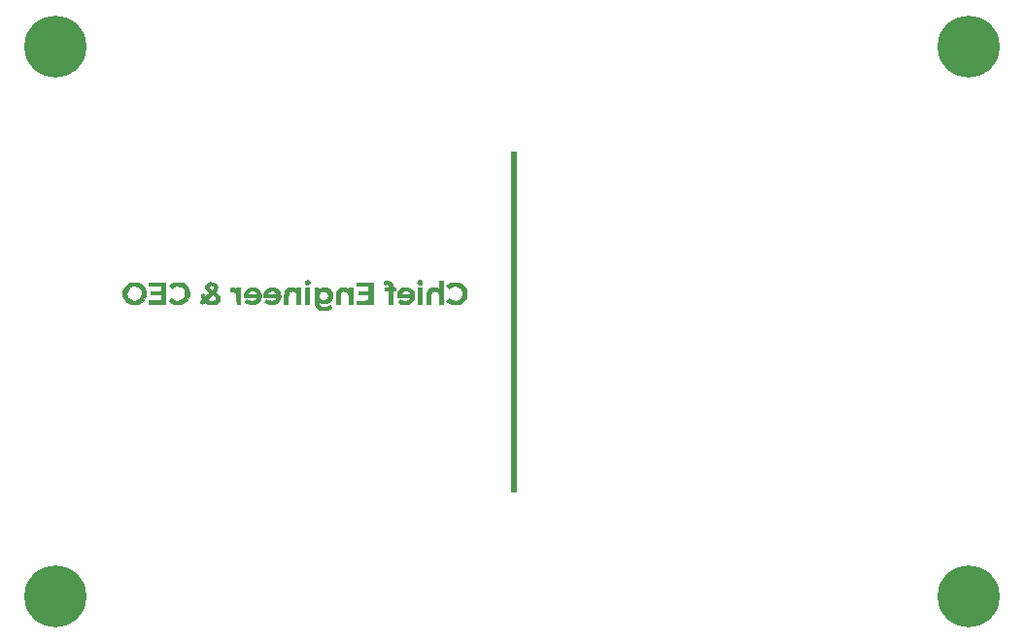
<source format=gbr>
%TF.GenerationSoftware,KiCad,Pcbnew,(5.1.9-0-10_14)*%
%TF.CreationDate,2021-09-14T14:36:21+02:00*%
%TF.ProjectId,rf-proto-card,72662d70-726f-4746-9f2d-636172642e6b,1*%
%TF.SameCoordinates,Original*%
%TF.FileFunction,Soldermask,Bot*%
%TF.FilePolarity,Negative*%
%FSLAX46Y46*%
G04 Gerber Fmt 4.6, Leading zero omitted, Abs format (unit mm)*
G04 Created by KiCad (PCBNEW (5.1.9-0-10_14)) date 2021-09-14 14:36:21*
%MOMM*%
%LPD*%
G01*
G04 APERTURE LIST*
%ADD10C,0.010000*%
%ADD11C,0.800000*%
%ADD12C,5.400000*%
G04 APERTURE END LIST*
D10*
%TO.C,FID1*%
G36*
X145689555Y-108816667D02*
G01*
X146112888Y-108816667D01*
X146112888Y-79183334D01*
X145689555Y-79183334D01*
X145689555Y-108816667D01*
G37*
X145689555Y-108816667D02*
X146112888Y-108816667D01*
X146112888Y-79183334D01*
X145689555Y-79183334D01*
X145689555Y-108816667D01*
G36*
X129243833Y-91031269D02*
G01*
X129081294Y-91083824D01*
X128989055Y-91139003D01*
X128897333Y-91208873D01*
X128897333Y-91122770D01*
X128894834Y-91073548D01*
X128878076Y-91047928D01*
X128833162Y-91038204D01*
X128746199Y-91036667D01*
X128586888Y-91036667D01*
X128586888Y-91751306D01*
X128587758Y-92002413D01*
X128591205Y-92204276D01*
X128598491Y-92364084D01*
X128610876Y-92489021D01*
X128629620Y-92586276D01*
X128655985Y-92663033D01*
X128691229Y-92726479D01*
X128736615Y-92783801D01*
X128775037Y-92824074D01*
X128865339Y-92895893D01*
X128970684Y-92954955D01*
X129004249Y-92968296D01*
X129109372Y-92991252D01*
X129250620Y-93005007D01*
X129408371Y-93009201D01*
X129563003Y-93003472D01*
X129694894Y-92987461D01*
X129723271Y-92981515D01*
X129816931Y-92952752D01*
X129911527Y-92913115D01*
X129992078Y-92870242D01*
X130043608Y-92831772D01*
X130054444Y-92812629D01*
X130042039Y-92772316D01*
X130011643Y-92710164D01*
X129973490Y-92643812D01*
X129937810Y-92590894D01*
X129914835Y-92569048D01*
X129913333Y-92569399D01*
X129755551Y-92650327D01*
X129609575Y-92696254D01*
X129449710Y-92714370D01*
X129391222Y-92715467D01*
X129259197Y-92711867D01*
X129168588Y-92698842D01*
X129104797Y-92673937D01*
X129090264Y-92664847D01*
X129007658Y-92579811D01*
X128948760Y-92463485D01*
X128925574Y-92339798D01*
X128925555Y-92336490D01*
X128925555Y-92247843D01*
X129051224Y-92321490D01*
X129224400Y-92391472D01*
X129416340Y-92413831D01*
X129613401Y-92387155D01*
X129633227Y-92381630D01*
X129808489Y-92304692D01*
X129947519Y-92192529D01*
X130049477Y-92053604D01*
X130113523Y-91896379D01*
X130138818Y-91729315D01*
X130133756Y-91669666D01*
X129788768Y-91669666D01*
X129781164Y-91804067D01*
X129726452Y-91928862D01*
X129625749Y-92032916D01*
X129594300Y-92053909D01*
X129486232Y-92095001D01*
X129355536Y-92109775D01*
X129225684Y-92098153D01*
X129120149Y-92060053D01*
X129112987Y-92055549D01*
X129009295Y-91958250D01*
X128946683Y-91838301D01*
X128924922Y-91707752D01*
X128943780Y-91578656D01*
X129003029Y-91463065D01*
X129102438Y-91373031D01*
X129126276Y-91359586D01*
X129213300Y-91329949D01*
X129327583Y-91321561D01*
X129395145Y-91324244D01*
X129503499Y-91335385D01*
X129576588Y-91356806D01*
X129635520Y-91395916D01*
X129658191Y-91416573D01*
X129748149Y-91536790D01*
X129788768Y-91669666D01*
X130133756Y-91669666D01*
X130124521Y-91560876D01*
X130069794Y-91399523D01*
X129973796Y-91253719D01*
X129835689Y-91131926D01*
X129761565Y-91088227D01*
X129601312Y-91032331D01*
X129422953Y-91013725D01*
X129243833Y-91031269D01*
G37*
X129243833Y-91031269D02*
X129081294Y-91083824D01*
X128989055Y-91139003D01*
X128897333Y-91208873D01*
X128897333Y-91122770D01*
X128894834Y-91073548D01*
X128878076Y-91047928D01*
X128833162Y-91038204D01*
X128746199Y-91036667D01*
X128586888Y-91036667D01*
X128586888Y-91751306D01*
X128587758Y-92002413D01*
X128591205Y-92204276D01*
X128598491Y-92364084D01*
X128610876Y-92489021D01*
X128629620Y-92586276D01*
X128655985Y-92663033D01*
X128691229Y-92726479D01*
X128736615Y-92783801D01*
X128775037Y-92824074D01*
X128865339Y-92895893D01*
X128970684Y-92954955D01*
X129004249Y-92968296D01*
X129109372Y-92991252D01*
X129250620Y-93005007D01*
X129408371Y-93009201D01*
X129563003Y-93003472D01*
X129694894Y-92987461D01*
X129723271Y-92981515D01*
X129816931Y-92952752D01*
X129911527Y-92913115D01*
X129992078Y-92870242D01*
X130043608Y-92831772D01*
X130054444Y-92812629D01*
X130042039Y-92772316D01*
X130011643Y-92710164D01*
X129973490Y-92643812D01*
X129937810Y-92590894D01*
X129914835Y-92569048D01*
X129913333Y-92569399D01*
X129755551Y-92650327D01*
X129609575Y-92696254D01*
X129449710Y-92714370D01*
X129391222Y-92715467D01*
X129259197Y-92711867D01*
X129168588Y-92698842D01*
X129104797Y-92673937D01*
X129090264Y-92664847D01*
X129007658Y-92579811D01*
X128948760Y-92463485D01*
X128925574Y-92339798D01*
X128925555Y-92336490D01*
X128925555Y-92247843D01*
X129051224Y-92321490D01*
X129224400Y-92391472D01*
X129416340Y-92413831D01*
X129613401Y-92387155D01*
X129633227Y-92381630D01*
X129808489Y-92304692D01*
X129947519Y-92192529D01*
X130049477Y-92053604D01*
X130113523Y-91896379D01*
X130138818Y-91729315D01*
X130133756Y-91669666D01*
X129788768Y-91669666D01*
X129781164Y-91804067D01*
X129726452Y-91928862D01*
X129625749Y-92032916D01*
X129594300Y-92053909D01*
X129486232Y-92095001D01*
X129355536Y-92109775D01*
X129225684Y-92098153D01*
X129120149Y-92060053D01*
X129112987Y-92055549D01*
X129009295Y-91958250D01*
X128946683Y-91838301D01*
X128924922Y-91707752D01*
X128943780Y-91578656D01*
X129003029Y-91463065D01*
X129102438Y-91373031D01*
X129126276Y-91359586D01*
X129213300Y-91329949D01*
X129327583Y-91321561D01*
X129395145Y-91324244D01*
X129503499Y-91335385D01*
X129576588Y-91356806D01*
X129635520Y-91395916D01*
X129658191Y-91416573D01*
X129748149Y-91536790D01*
X129788768Y-91669666D01*
X130133756Y-91669666D01*
X130124521Y-91560876D01*
X130069794Y-91399523D01*
X129973796Y-91253719D01*
X129835689Y-91131926D01*
X129761565Y-91088227D01*
X129601312Y-91032331D01*
X129422953Y-91013725D01*
X129243833Y-91031269D01*
G36*
X140694699Y-90572583D02*
G01*
X140593731Y-90579185D01*
X140515696Y-90593585D01*
X140443860Y-90618564D01*
X140383777Y-90646014D01*
X140282728Y-90699897D01*
X140189230Y-90758056D01*
X140144105Y-90791332D01*
X140059655Y-90861638D01*
X140186413Y-90974125D01*
X140313171Y-91086613D01*
X140404147Y-91006735D01*
X140548037Y-90915896D01*
X140712579Y-90870633D01*
X140886184Y-90870193D01*
X141057261Y-90913823D01*
X141214219Y-91000770D01*
X141287670Y-91064108D01*
X141401001Y-91213396D01*
X141466358Y-91379321D01*
X141485119Y-91552308D01*
X141458667Y-91722785D01*
X141388380Y-91881177D01*
X141275639Y-92017912D01*
X141135992Y-92116148D01*
X141040874Y-92155046D01*
X140931045Y-92174105D01*
X140821222Y-92178084D01*
X140645486Y-92163508D01*
X140502857Y-92115817D01*
X140377125Y-92029344D01*
X140365320Y-92018769D01*
X140304529Y-91963252D01*
X140071045Y-92174190D01*
X140148940Y-92255495D01*
X140218972Y-92313913D01*
X140315230Y-92376684D01*
X140380636Y-92412048D01*
X140546631Y-92468971D01*
X140741349Y-92497403D01*
X140944209Y-92496330D01*
X141134629Y-92464740D01*
X141179617Y-92451384D01*
X141390059Y-92354061D01*
X141565768Y-92215855D01*
X141702500Y-92043384D01*
X141796012Y-91843267D01*
X141842059Y-91622122D01*
X141840515Y-91420676D01*
X141789954Y-91194317D01*
X141689955Y-90992970D01*
X141543595Y-90820958D01*
X141353951Y-90682603D01*
X141291394Y-90649440D01*
X141212246Y-90613304D01*
X141141402Y-90590281D01*
X141062075Y-90577484D01*
X140957479Y-90572026D01*
X140835333Y-90571000D01*
X140694699Y-90572583D01*
G37*
X140694699Y-90572583D02*
X140593731Y-90579185D01*
X140515696Y-90593585D01*
X140443860Y-90618564D01*
X140383777Y-90646014D01*
X140282728Y-90699897D01*
X140189230Y-90758056D01*
X140144105Y-90791332D01*
X140059655Y-90861638D01*
X140186413Y-90974125D01*
X140313171Y-91086613D01*
X140404147Y-91006735D01*
X140548037Y-90915896D01*
X140712579Y-90870633D01*
X140886184Y-90870193D01*
X141057261Y-90913823D01*
X141214219Y-91000770D01*
X141287670Y-91064108D01*
X141401001Y-91213396D01*
X141466358Y-91379321D01*
X141485119Y-91552308D01*
X141458667Y-91722785D01*
X141388380Y-91881177D01*
X141275639Y-92017912D01*
X141135992Y-92116148D01*
X141040874Y-92155046D01*
X140931045Y-92174105D01*
X140821222Y-92178084D01*
X140645486Y-92163508D01*
X140502857Y-92115817D01*
X140377125Y-92029344D01*
X140365320Y-92018769D01*
X140304529Y-91963252D01*
X140071045Y-92174190D01*
X140148940Y-92255495D01*
X140218972Y-92313913D01*
X140315230Y-92376684D01*
X140380636Y-92412048D01*
X140546631Y-92468971D01*
X140741349Y-92497403D01*
X140944209Y-92496330D01*
X141134629Y-92464740D01*
X141179617Y-92451384D01*
X141390059Y-92354061D01*
X141565768Y-92215855D01*
X141702500Y-92043384D01*
X141796012Y-91843267D01*
X141842059Y-91622122D01*
X141840515Y-91420676D01*
X141789954Y-91194317D01*
X141689955Y-90992970D01*
X141543595Y-90820958D01*
X141353951Y-90682603D01*
X141291394Y-90649440D01*
X141212246Y-90613304D01*
X141141402Y-90590281D01*
X141062075Y-90577484D01*
X140957479Y-90572026D01*
X140835333Y-90571000D01*
X140694699Y-90572583D01*
G36*
X136418853Y-91016537D02*
G01*
X136226917Y-91062290D01*
X136061644Y-91153032D01*
X135929349Y-91281894D01*
X135836348Y-91442006D01*
X135788954Y-91626499D01*
X135784175Y-91706945D01*
X135783555Y-91855111D01*
X136916248Y-91855111D01*
X136896991Y-91918611D01*
X136846290Y-92011858D01*
X136760488Y-92100811D01*
X136681012Y-92154126D01*
X136565838Y-92188636D01*
X136425748Y-92194011D01*
X136283333Y-92171597D01*
X136162026Y-92123232D01*
X136041648Y-92052686D01*
X135955624Y-92157049D01*
X135905280Y-92221920D01*
X135888177Y-92261753D01*
X135899851Y-92293515D01*
X135914974Y-92311549D01*
X136002758Y-92377068D01*
X136129580Y-92432619D01*
X136278339Y-92474095D01*
X136431934Y-92497387D01*
X136573263Y-92498386D01*
X136644333Y-92486763D01*
X136784463Y-92444591D01*
X136891133Y-92394292D01*
X136987199Y-92323953D01*
X137029387Y-92286032D01*
X137146731Y-92149590D01*
X137217919Y-91998199D01*
X137246781Y-91821137D01*
X137244441Y-91684115D01*
X137233626Y-91629334D01*
X136916248Y-91629334D01*
X136095397Y-91629334D01*
X136124885Y-91551774D01*
X136197022Y-91429657D01*
X136298676Y-91345691D01*
X136418834Y-91299675D01*
X136546482Y-91291408D01*
X136670606Y-91320690D01*
X136780192Y-91387320D01*
X136864225Y-91491096D01*
X136896167Y-91565834D01*
X136916248Y-91629334D01*
X137233626Y-91629334D01*
X137204810Y-91483376D01*
X137120208Y-91312390D01*
X136996107Y-91175580D01*
X136837981Y-91077373D01*
X136651300Y-91022192D01*
X136441539Y-91014463D01*
X136418853Y-91016537D01*
G37*
X136418853Y-91016537D02*
X136226917Y-91062290D01*
X136061644Y-91153032D01*
X135929349Y-91281894D01*
X135836348Y-91442006D01*
X135788954Y-91626499D01*
X135784175Y-91706945D01*
X135783555Y-91855111D01*
X136916248Y-91855111D01*
X136896991Y-91918611D01*
X136846290Y-92011858D01*
X136760488Y-92100811D01*
X136681012Y-92154126D01*
X136565838Y-92188636D01*
X136425748Y-92194011D01*
X136283333Y-92171597D01*
X136162026Y-92123232D01*
X136041648Y-92052686D01*
X135955624Y-92157049D01*
X135905280Y-92221920D01*
X135888177Y-92261753D01*
X135899851Y-92293515D01*
X135914974Y-92311549D01*
X136002758Y-92377068D01*
X136129580Y-92432619D01*
X136278339Y-92474095D01*
X136431934Y-92497387D01*
X136573263Y-92498386D01*
X136644333Y-92486763D01*
X136784463Y-92444591D01*
X136891133Y-92394292D01*
X136987199Y-92323953D01*
X137029387Y-92286032D01*
X137146731Y-92149590D01*
X137217919Y-91998199D01*
X137246781Y-91821137D01*
X137244441Y-91684115D01*
X137233626Y-91629334D01*
X136916248Y-91629334D01*
X136095397Y-91629334D01*
X136124885Y-91551774D01*
X136197022Y-91429657D01*
X136298676Y-91345691D01*
X136418834Y-91299675D01*
X136546482Y-91291408D01*
X136670606Y-91320690D01*
X136780192Y-91387320D01*
X136864225Y-91491096D01*
X136896167Y-91565834D01*
X136916248Y-91629334D01*
X137233626Y-91629334D01*
X137204810Y-91483376D01*
X137120208Y-91312390D01*
X136996107Y-91175580D01*
X136837981Y-91077373D01*
X136651300Y-91022192D01*
X136441539Y-91014463D01*
X136418853Y-91016537D01*
G36*
X124717431Y-91019498D02*
G01*
X124551441Y-91072940D01*
X124402790Y-91163546D01*
X124279305Y-91288585D01*
X124188814Y-91445326D01*
X124139143Y-91631038D01*
X124134685Y-91672790D01*
X124120050Y-91855111D01*
X124688358Y-91855111D01*
X124900675Y-91856228D01*
X125060125Y-91859709D01*
X125170240Y-91865754D01*
X125234557Y-91874561D01*
X125256609Y-91886330D01*
X125256666Y-91887058D01*
X125234439Y-91956737D01*
X125177584Y-92036408D01*
X125100846Y-92108704D01*
X125033079Y-92150457D01*
X124904803Y-92185678D01*
X124759133Y-92191099D01*
X124617824Y-92168320D01*
X124502630Y-92118937D01*
X124490669Y-92110619D01*
X124402164Y-92045184D01*
X124309936Y-92154759D01*
X124258242Y-92223057D01*
X124241792Y-92273742D01*
X124265027Y-92317278D01*
X124332386Y-92364130D01*
X124418041Y-92409519D01*
X124577351Y-92465800D01*
X124762220Y-92492835D01*
X124948736Y-92488552D01*
X125067613Y-92465772D01*
X125246468Y-92388965D01*
X125392169Y-92274183D01*
X125502377Y-92130148D01*
X125574756Y-91965584D01*
X125606969Y-91789212D01*
X125596678Y-91609757D01*
X125584494Y-91571344D01*
X125252010Y-91571344D01*
X125242240Y-91600422D01*
X125199970Y-91617674D01*
X125118839Y-91626185D01*
X124992486Y-91629043D01*
X124861555Y-91629334D01*
X124704895Y-91628827D01*
X124596054Y-91626543D01*
X124526410Y-91621331D01*
X124487342Y-91612045D01*
X124470227Y-91597533D01*
X124466444Y-91576695D01*
X124489081Y-91505176D01*
X124547293Y-91425588D01*
X124626532Y-91355819D01*
X124665090Y-91332436D01*
X124792711Y-91294148D01*
X124929196Y-91298218D01*
X125057946Y-91340517D01*
X125162363Y-91416916D01*
X125199498Y-91465357D01*
X125235642Y-91527351D01*
X125252010Y-91571344D01*
X125584494Y-91571344D01*
X125541545Y-91435939D01*
X125439234Y-91276482D01*
X125398223Y-91231981D01*
X125241155Y-91109461D01*
X125070115Y-91035027D01*
X124892931Y-91005950D01*
X124717431Y-91019498D01*
G37*
X124717431Y-91019498D02*
X124551441Y-91072940D01*
X124402790Y-91163546D01*
X124279305Y-91288585D01*
X124188814Y-91445326D01*
X124139143Y-91631038D01*
X124134685Y-91672790D01*
X124120050Y-91855111D01*
X124688358Y-91855111D01*
X124900675Y-91856228D01*
X125060125Y-91859709D01*
X125170240Y-91865754D01*
X125234557Y-91874561D01*
X125256609Y-91886330D01*
X125256666Y-91887058D01*
X125234439Y-91956737D01*
X125177584Y-92036408D01*
X125100846Y-92108704D01*
X125033079Y-92150457D01*
X124904803Y-92185678D01*
X124759133Y-92191099D01*
X124617824Y-92168320D01*
X124502630Y-92118937D01*
X124490669Y-92110619D01*
X124402164Y-92045184D01*
X124309936Y-92154759D01*
X124258242Y-92223057D01*
X124241792Y-92273742D01*
X124265027Y-92317278D01*
X124332386Y-92364130D01*
X124418041Y-92409519D01*
X124577351Y-92465800D01*
X124762220Y-92492835D01*
X124948736Y-92488552D01*
X125067613Y-92465772D01*
X125246468Y-92388965D01*
X125392169Y-92274183D01*
X125502377Y-92130148D01*
X125574756Y-91965584D01*
X125606969Y-91789212D01*
X125596678Y-91609757D01*
X125584494Y-91571344D01*
X125252010Y-91571344D01*
X125242240Y-91600422D01*
X125199970Y-91617674D01*
X125118839Y-91626185D01*
X124992486Y-91629043D01*
X124861555Y-91629334D01*
X124704895Y-91628827D01*
X124596054Y-91626543D01*
X124526410Y-91621331D01*
X124487342Y-91612045D01*
X124470227Y-91597533D01*
X124466444Y-91576695D01*
X124489081Y-91505176D01*
X124547293Y-91425588D01*
X124626532Y-91355819D01*
X124665090Y-91332436D01*
X124792711Y-91294148D01*
X124929196Y-91298218D01*
X125057946Y-91340517D01*
X125162363Y-91416916D01*
X125199498Y-91465357D01*
X125235642Y-91527351D01*
X125252010Y-91571344D01*
X125584494Y-91571344D01*
X125541545Y-91435939D01*
X125439234Y-91276482D01*
X125398223Y-91231981D01*
X125241155Y-91109461D01*
X125070115Y-91035027D01*
X124892931Y-91005950D01*
X124717431Y-91019498D01*
G36*
X123056968Y-91020119D02*
G01*
X122868436Y-91072792D01*
X122706916Y-91169829D01*
X122578219Y-91306501D01*
X122488154Y-91478081D01*
X122442533Y-91679839D01*
X122441776Y-91687795D01*
X122426605Y-91855111D01*
X122994969Y-91855111D01*
X123187498Y-91855345D01*
X123330826Y-91856517D01*
X123432195Y-91859336D01*
X123498850Y-91864508D01*
X123538033Y-91872741D01*
X123556987Y-91884743D01*
X123562954Y-91901219D01*
X123563333Y-91910615D01*
X123540109Y-91974763D01*
X123480597Y-92048064D01*
X123400034Y-92116632D01*
X123313659Y-92166579D01*
X123265830Y-92181748D01*
X123127266Y-92193055D01*
X122985946Y-92180248D01*
X122863030Y-92146476D01*
X122799737Y-92112394D01*
X122717096Y-92051295D01*
X122633042Y-92143703D01*
X122581599Y-92206020D01*
X122551517Y-92253583D01*
X122548353Y-92264334D01*
X122571893Y-92302232D01*
X122634548Y-92350820D01*
X122722370Y-92401549D01*
X122821410Y-92445871D01*
X122874095Y-92463965D01*
X123083374Y-92499809D01*
X123299363Y-92481815D01*
X123367173Y-92465784D01*
X123562683Y-92387733D01*
X123718835Y-92270680D01*
X123833297Y-92116795D01*
X123890268Y-91978898D01*
X123923220Y-91832345D01*
X123924689Y-91697770D01*
X123900206Y-91576695D01*
X123563333Y-91576695D01*
X123559533Y-91597566D01*
X123542385Y-91612066D01*
X123503268Y-91621345D01*
X123433560Y-91626549D01*
X123324638Y-91628829D01*
X123168222Y-91629334D01*
X123001809Y-91628007D01*
X122885549Y-91623657D01*
X122813202Y-91615726D01*
X122778530Y-91603656D01*
X122773216Y-91594056D01*
X122787093Y-91547733D01*
X122820907Y-91480927D01*
X122826329Y-91471853D01*
X122913890Y-91378564D01*
X123033844Y-91317275D01*
X123169372Y-91292342D01*
X123303654Y-91308120D01*
X123364687Y-91332436D01*
X123448636Y-91391977D01*
X123518089Y-91469368D01*
X123558500Y-91546723D01*
X123563333Y-91576695D01*
X123900206Y-91576695D01*
X123894440Y-91548182D01*
X123886296Y-91519885D01*
X123806452Y-91345764D01*
X123683456Y-91201135D01*
X123525921Y-91092998D01*
X123342464Y-91028352D01*
X123266702Y-91016537D01*
X123056968Y-91020119D01*
G37*
X123056968Y-91020119D02*
X122868436Y-91072792D01*
X122706916Y-91169829D01*
X122578219Y-91306501D01*
X122488154Y-91478081D01*
X122442533Y-91679839D01*
X122441776Y-91687795D01*
X122426605Y-91855111D01*
X122994969Y-91855111D01*
X123187498Y-91855345D01*
X123330826Y-91856517D01*
X123432195Y-91859336D01*
X123498850Y-91864508D01*
X123538033Y-91872741D01*
X123556987Y-91884743D01*
X123562954Y-91901219D01*
X123563333Y-91910615D01*
X123540109Y-91974763D01*
X123480597Y-92048064D01*
X123400034Y-92116632D01*
X123313659Y-92166579D01*
X123265830Y-92181748D01*
X123127266Y-92193055D01*
X122985946Y-92180248D01*
X122863030Y-92146476D01*
X122799737Y-92112394D01*
X122717096Y-92051295D01*
X122633042Y-92143703D01*
X122581599Y-92206020D01*
X122551517Y-92253583D01*
X122548353Y-92264334D01*
X122571893Y-92302232D01*
X122634548Y-92350820D01*
X122722370Y-92401549D01*
X122821410Y-92445871D01*
X122874095Y-92463965D01*
X123083374Y-92499809D01*
X123299363Y-92481815D01*
X123367173Y-92465784D01*
X123562683Y-92387733D01*
X123718835Y-92270680D01*
X123833297Y-92116795D01*
X123890268Y-91978898D01*
X123923220Y-91832345D01*
X123924689Y-91697770D01*
X123900206Y-91576695D01*
X123563333Y-91576695D01*
X123559533Y-91597566D01*
X123542385Y-91612066D01*
X123503268Y-91621345D01*
X123433560Y-91626549D01*
X123324638Y-91628829D01*
X123168222Y-91629334D01*
X123001809Y-91628007D01*
X122885549Y-91623657D01*
X122813202Y-91615726D01*
X122778530Y-91603656D01*
X122773216Y-91594056D01*
X122787093Y-91547733D01*
X122820907Y-91480927D01*
X122826329Y-91471853D01*
X122913890Y-91378564D01*
X123033844Y-91317275D01*
X123169372Y-91292342D01*
X123303654Y-91308120D01*
X123364687Y-91332436D01*
X123448636Y-91391977D01*
X123518089Y-91469368D01*
X123558500Y-91546723D01*
X123563333Y-91576695D01*
X123900206Y-91576695D01*
X123894440Y-91548182D01*
X123886296Y-91519885D01*
X123806452Y-91345764D01*
X123683456Y-91201135D01*
X123525921Y-91092998D01*
X123342464Y-91028352D01*
X123266702Y-91016537D01*
X123056968Y-91020119D01*
G36*
X119366110Y-90578354D02*
G01*
X119348167Y-90583773D01*
X119212964Y-90654458D01*
X119116156Y-90759251D01*
X119063040Y-90888382D01*
X119058914Y-91032080D01*
X119072425Y-91092311D01*
X119111970Y-91169938D01*
X119181102Y-91261138D01*
X119264073Y-91348649D01*
X119345136Y-91415210D01*
X119388515Y-91438759D01*
X119394217Y-91461194D01*
X119361479Y-91512351D01*
X119288223Y-91595098D01*
X119237562Y-91647383D01*
X119142822Y-91741002D01*
X119078190Y-91793650D01*
X119034961Y-91805345D01*
X119004435Y-91776101D01*
X118977909Y-91705936D01*
X118961313Y-91647890D01*
X118940184Y-91586750D01*
X118911289Y-91556739D01*
X118861998Y-91555358D01*
X118779686Y-91580107D01*
X118723816Y-91600886D01*
X118682491Y-91625781D01*
X118665664Y-91666007D01*
X118674082Y-91730694D01*
X118708495Y-91828972D01*
X118750614Y-91927518D01*
X118814112Y-92070480D01*
X118705167Y-92161945D01*
X118642527Y-92219229D01*
X118603137Y-92264281D01*
X118596222Y-92279056D01*
X118613452Y-92313800D01*
X118657167Y-92372802D01*
X118685230Y-92406078D01*
X118774238Y-92507453D01*
X118890679Y-92393175D01*
X119007119Y-92278898D01*
X119105831Y-92345974D01*
X119285040Y-92436690D01*
X119490755Y-92489590D01*
X119705505Y-92502243D01*
X119911818Y-92472216D01*
X119944629Y-92462743D01*
X120112670Y-92386839D01*
X120235700Y-92282677D01*
X120312664Y-92157407D01*
X120342506Y-92018182D01*
X120339237Y-91992136D01*
X119994680Y-91992136D01*
X119945625Y-92089347D01*
X119868731Y-92157627D01*
X119748796Y-92207678D01*
X119603569Y-92221047D01*
X119450922Y-92197427D01*
X119365277Y-92166316D01*
X119294334Y-92129596D01*
X119251295Y-92098607D01*
X119245333Y-92088701D01*
X119264236Y-92060806D01*
X119315640Y-92002253D01*
X119391588Y-91921745D01*
X119479696Y-91832386D01*
X119714059Y-91599240D01*
X119827687Y-91681552D01*
X119935203Y-91782346D01*
X119991037Y-91887838D01*
X119994680Y-91992136D01*
X120339237Y-91992136D01*
X120324173Y-91872153D01*
X120256607Y-91726470D01*
X120138755Y-91588287D01*
X120080853Y-91539452D01*
X119999895Y-91475030D01*
X119957330Y-91433053D01*
X119946093Y-91402507D01*
X119959116Y-91372380D01*
X119966788Y-91361656D01*
X120029391Y-91261017D01*
X120081406Y-91148391D01*
X120113618Y-91045671D01*
X120116016Y-91026807D01*
X119797121Y-91026807D01*
X119769521Y-91095698D01*
X119725384Y-91169551D01*
X119677130Y-91230701D01*
X119637182Y-91261485D01*
X119631412Y-91262445D01*
X119592113Y-91248694D01*
X119527763Y-91214556D01*
X119509363Y-91203478D01*
X119415778Y-91124268D01*
X119365592Y-91036663D01*
X119357421Y-90951100D01*
X119389879Y-90878014D01*
X119461583Y-90827841D01*
X119561434Y-90810889D01*
X119664516Y-90830146D01*
X119745773Y-90880702D01*
X119793395Y-90951739D01*
X119797121Y-91026807D01*
X120116016Y-91026807D01*
X120119602Y-90998599D01*
X120094875Y-90871455D01*
X120025935Y-90750011D01*
X119923507Y-90652915D01*
X119919116Y-90649968D01*
X119802728Y-90597692D01*
X119656252Y-90566533D01*
X119502957Y-90559188D01*
X119366110Y-90578354D01*
G37*
X119366110Y-90578354D02*
X119348167Y-90583773D01*
X119212964Y-90654458D01*
X119116156Y-90759251D01*
X119063040Y-90888382D01*
X119058914Y-91032080D01*
X119072425Y-91092311D01*
X119111970Y-91169938D01*
X119181102Y-91261138D01*
X119264073Y-91348649D01*
X119345136Y-91415210D01*
X119388515Y-91438759D01*
X119394217Y-91461194D01*
X119361479Y-91512351D01*
X119288223Y-91595098D01*
X119237562Y-91647383D01*
X119142822Y-91741002D01*
X119078190Y-91793650D01*
X119034961Y-91805345D01*
X119004435Y-91776101D01*
X118977909Y-91705936D01*
X118961313Y-91647890D01*
X118940184Y-91586750D01*
X118911289Y-91556739D01*
X118861998Y-91555358D01*
X118779686Y-91580107D01*
X118723816Y-91600886D01*
X118682491Y-91625781D01*
X118665664Y-91666007D01*
X118674082Y-91730694D01*
X118708495Y-91828972D01*
X118750614Y-91927518D01*
X118814112Y-92070480D01*
X118705167Y-92161945D01*
X118642527Y-92219229D01*
X118603137Y-92264281D01*
X118596222Y-92279056D01*
X118613452Y-92313800D01*
X118657167Y-92372802D01*
X118685230Y-92406078D01*
X118774238Y-92507453D01*
X118890679Y-92393175D01*
X119007119Y-92278898D01*
X119105831Y-92345974D01*
X119285040Y-92436690D01*
X119490755Y-92489590D01*
X119705505Y-92502243D01*
X119911818Y-92472216D01*
X119944629Y-92462743D01*
X120112670Y-92386839D01*
X120235700Y-92282677D01*
X120312664Y-92157407D01*
X120342506Y-92018182D01*
X120339237Y-91992136D01*
X119994680Y-91992136D01*
X119945625Y-92089347D01*
X119868731Y-92157627D01*
X119748796Y-92207678D01*
X119603569Y-92221047D01*
X119450922Y-92197427D01*
X119365277Y-92166316D01*
X119294334Y-92129596D01*
X119251295Y-92098607D01*
X119245333Y-92088701D01*
X119264236Y-92060806D01*
X119315640Y-92002253D01*
X119391588Y-91921745D01*
X119479696Y-91832386D01*
X119714059Y-91599240D01*
X119827687Y-91681552D01*
X119935203Y-91782346D01*
X119991037Y-91887838D01*
X119994680Y-91992136D01*
X120339237Y-91992136D01*
X120324173Y-91872153D01*
X120256607Y-91726470D01*
X120138755Y-91588287D01*
X120080853Y-91539452D01*
X119999895Y-91475030D01*
X119957330Y-91433053D01*
X119946093Y-91402507D01*
X119959116Y-91372380D01*
X119966788Y-91361656D01*
X120029391Y-91261017D01*
X120081406Y-91148391D01*
X120113618Y-91045671D01*
X120116016Y-91026807D01*
X119797121Y-91026807D01*
X119769521Y-91095698D01*
X119725384Y-91169551D01*
X119677130Y-91230701D01*
X119637182Y-91261485D01*
X119631412Y-91262445D01*
X119592113Y-91248694D01*
X119527763Y-91214556D01*
X119509363Y-91203478D01*
X119415778Y-91124268D01*
X119365592Y-91036663D01*
X119357421Y-90951100D01*
X119389879Y-90878014D01*
X119461583Y-90827841D01*
X119561434Y-90810889D01*
X119664516Y-90830146D01*
X119745773Y-90880702D01*
X119793395Y-90951739D01*
X119797121Y-91026807D01*
X120116016Y-91026807D01*
X120119602Y-90998599D01*
X120094875Y-90871455D01*
X120025935Y-90750011D01*
X119923507Y-90652915D01*
X119919116Y-90649968D01*
X119802728Y-90597692D01*
X119656252Y-90566533D01*
X119502957Y-90559188D01*
X119366110Y-90578354D01*
G36*
X116509063Y-90572505D02*
G01*
X116408941Y-90578910D01*
X116331819Y-90593055D01*
X116260995Y-90617778D01*
X116195773Y-90647998D01*
X116098576Y-90702108D01*
X116012963Y-90760588D01*
X115971735Y-90796587D01*
X115904479Y-90868177D01*
X116013062Y-90979376D01*
X116121644Y-91090574D01*
X116200707Y-91024047D01*
X116353995Y-90928370D01*
X116523786Y-90878253D01*
X116699410Y-90871930D01*
X116870196Y-90907632D01*
X117025472Y-90983591D01*
X117154568Y-91098040D01*
X117219729Y-91192858D01*
X117278438Y-91350588D01*
X117299371Y-91527703D01*
X117281633Y-91702414D01*
X117245198Y-91812778D01*
X117146621Y-91966152D01*
X117014124Y-92081293D01*
X116857161Y-92156081D01*
X116685192Y-92188396D01*
X116507675Y-92176120D01*
X116334065Y-92117133D01*
X116215473Y-92043542D01*
X116120839Y-91971362D01*
X116012950Y-92081850D01*
X115952091Y-92146208D01*
X115926010Y-92185723D01*
X115929695Y-92215585D01*
X115957421Y-92250197D01*
X116009046Y-92291858D01*
X116093646Y-92345046D01*
X116190918Y-92397228D01*
X116302522Y-92446840D01*
X116403051Y-92475903D01*
X116518652Y-92490635D01*
X116602194Y-92495036D01*
X116738313Y-92494540D01*
X116866950Y-92484445D01*
X116961327Y-92467261D01*
X117168279Y-92382064D01*
X117350476Y-92254204D01*
X117498832Y-92092117D01*
X117604259Y-91904244D01*
X117623461Y-91852385D01*
X117651965Y-91736053D01*
X117662422Y-91602907D01*
X117659412Y-91474808D01*
X117624002Y-91237375D01*
X117543751Y-91033951D01*
X117417473Y-90862765D01*
X117243979Y-90722044D01*
X117103831Y-90645370D01*
X117023368Y-90610748D01*
X116949284Y-90588786D01*
X116864596Y-90576707D01*
X116752318Y-90571737D01*
X116648888Y-90571000D01*
X116509063Y-90572505D01*
G37*
X116509063Y-90572505D02*
X116408941Y-90578910D01*
X116331819Y-90593055D01*
X116260995Y-90617778D01*
X116195773Y-90647998D01*
X116098576Y-90702108D01*
X116012963Y-90760588D01*
X115971735Y-90796587D01*
X115904479Y-90868177D01*
X116013062Y-90979376D01*
X116121644Y-91090574D01*
X116200707Y-91024047D01*
X116353995Y-90928370D01*
X116523786Y-90878253D01*
X116699410Y-90871930D01*
X116870196Y-90907632D01*
X117025472Y-90983591D01*
X117154568Y-91098040D01*
X117219729Y-91192858D01*
X117278438Y-91350588D01*
X117299371Y-91527703D01*
X117281633Y-91702414D01*
X117245198Y-91812778D01*
X117146621Y-91966152D01*
X117014124Y-92081293D01*
X116857161Y-92156081D01*
X116685192Y-92188396D01*
X116507675Y-92176120D01*
X116334065Y-92117133D01*
X116215473Y-92043542D01*
X116120839Y-91971362D01*
X116012950Y-92081850D01*
X115952091Y-92146208D01*
X115926010Y-92185723D01*
X115929695Y-92215585D01*
X115957421Y-92250197D01*
X116009046Y-92291858D01*
X116093646Y-92345046D01*
X116190918Y-92397228D01*
X116302522Y-92446840D01*
X116403051Y-92475903D01*
X116518652Y-92490635D01*
X116602194Y-92495036D01*
X116738313Y-92494540D01*
X116866950Y-92484445D01*
X116961327Y-92467261D01*
X117168279Y-92382064D01*
X117350476Y-92254204D01*
X117498832Y-92092117D01*
X117604259Y-91904244D01*
X117623461Y-91852385D01*
X117651965Y-91736053D01*
X117662422Y-91602907D01*
X117659412Y-91474808D01*
X117624002Y-91237375D01*
X117543751Y-91033951D01*
X117417473Y-90862765D01*
X117243979Y-90722044D01*
X117103831Y-90645370D01*
X117023368Y-90610748D01*
X116949284Y-90588786D01*
X116864596Y-90576707D01*
X116752318Y-90571737D01*
X116648888Y-90571000D01*
X116509063Y-90572505D01*
G36*
X112721281Y-90573172D02*
G01*
X112615507Y-90580944D01*
X112533497Y-90596795D01*
X112458958Y-90623124D01*
X112431914Y-90635122D01*
X112227611Y-90756388D01*
X112065146Y-90914088D01*
X111962137Y-91069579D01*
X111916287Y-91158056D01*
X111887741Y-91229940D01*
X111872430Y-91303998D01*
X111866283Y-91399000D01*
X111865222Y-91516445D01*
X111867471Y-91653426D01*
X111876453Y-91753235D01*
X111895522Y-91835038D01*
X111928032Y-91918007D01*
X111940049Y-91944163D01*
X112058906Y-92133009D01*
X112221144Y-92291877D01*
X112410492Y-92408502D01*
X112561478Y-92459496D01*
X112743186Y-92490116D01*
X112933065Y-92498635D01*
X113108562Y-92483325D01*
X113179549Y-92467437D01*
X113395687Y-92379151D01*
X113578657Y-92249974D01*
X113724196Y-92086626D01*
X113828038Y-91895826D01*
X113885920Y-91684293D01*
X113892935Y-91477683D01*
X113528729Y-91477683D01*
X113524889Y-91645860D01*
X113481415Y-91806762D01*
X113397254Y-91950199D01*
X113284642Y-92056798D01*
X113112320Y-92149702D01*
X112930462Y-92188194D01*
X112734785Y-92172922D01*
X112653019Y-92152300D01*
X112509459Y-92083447D01*
X112380584Y-91973367D01*
X112282913Y-91837250D01*
X112261711Y-91792518D01*
X112236813Y-91702930D01*
X112221281Y-91589454D01*
X112218619Y-91524407D01*
X112244401Y-91336393D01*
X112315210Y-91173613D01*
X112423509Y-91040733D01*
X112561761Y-90942420D01*
X112722429Y-90883340D01*
X112897976Y-90868160D01*
X113080865Y-90901547D01*
X113168818Y-90936087D01*
X113312979Y-91031435D01*
X113421721Y-91160279D01*
X113493989Y-91312426D01*
X113528729Y-91477683D01*
X113892935Y-91477683D01*
X113893578Y-91458747D01*
X113880938Y-91362270D01*
X113813779Y-91135920D01*
X113700115Y-90941332D01*
X113540967Y-90779813D01*
X113337351Y-90652671D01*
X113322053Y-90645370D01*
X113241625Y-90610757D01*
X113167609Y-90588805D01*
X113083024Y-90576742D01*
X112970892Y-90571795D01*
X112867111Y-90571082D01*
X112721281Y-90573172D01*
G37*
X112721281Y-90573172D02*
X112615507Y-90580944D01*
X112533497Y-90596795D01*
X112458958Y-90623124D01*
X112431914Y-90635122D01*
X112227611Y-90756388D01*
X112065146Y-90914088D01*
X111962137Y-91069579D01*
X111916287Y-91158056D01*
X111887741Y-91229940D01*
X111872430Y-91303998D01*
X111866283Y-91399000D01*
X111865222Y-91516445D01*
X111867471Y-91653426D01*
X111876453Y-91753235D01*
X111895522Y-91835038D01*
X111928032Y-91918007D01*
X111940049Y-91944163D01*
X112058906Y-92133009D01*
X112221144Y-92291877D01*
X112410492Y-92408502D01*
X112561478Y-92459496D01*
X112743186Y-92490116D01*
X112933065Y-92498635D01*
X113108562Y-92483325D01*
X113179549Y-92467437D01*
X113395687Y-92379151D01*
X113578657Y-92249974D01*
X113724196Y-92086626D01*
X113828038Y-91895826D01*
X113885920Y-91684293D01*
X113892935Y-91477683D01*
X113528729Y-91477683D01*
X113524889Y-91645860D01*
X113481415Y-91806762D01*
X113397254Y-91950199D01*
X113284642Y-92056798D01*
X113112320Y-92149702D01*
X112930462Y-92188194D01*
X112734785Y-92172922D01*
X112653019Y-92152300D01*
X112509459Y-92083447D01*
X112380584Y-91973367D01*
X112282913Y-91837250D01*
X112261711Y-91792518D01*
X112236813Y-91702930D01*
X112221281Y-91589454D01*
X112218619Y-91524407D01*
X112244401Y-91336393D01*
X112315210Y-91173613D01*
X112423509Y-91040733D01*
X112561761Y-90942420D01*
X112722429Y-90883340D01*
X112897976Y-90868160D01*
X113080865Y-90901547D01*
X113168818Y-90936087D01*
X113312979Y-91031435D01*
X113421721Y-91160279D01*
X113493989Y-91312426D01*
X113528729Y-91477683D01*
X113892935Y-91477683D01*
X113893578Y-91458747D01*
X113880938Y-91362270D01*
X113813779Y-91135920D01*
X113700115Y-90941332D01*
X113540967Y-90779813D01*
X113337351Y-90652671D01*
X113322053Y-90645370D01*
X113241625Y-90610757D01*
X113167609Y-90588805D01*
X113083024Y-90576742D01*
X112970892Y-90571795D01*
X112867111Y-90571082D01*
X112721281Y-90573172D01*
G36*
X139424222Y-90829374D02*
G01*
X139423824Y-90976014D01*
X139421772Y-91074097D01*
X139416778Y-91131511D01*
X139407556Y-91156142D01*
X139392817Y-91155877D01*
X139373432Y-91140562D01*
X139251434Y-91064984D01*
X139099423Y-91022349D01*
X138933192Y-91012621D01*
X138768538Y-91035765D01*
X138621254Y-91091745D01*
X138546193Y-91142417D01*
X138483064Y-91201440D01*
X138435158Y-91264069D01*
X138400430Y-91338932D01*
X138376839Y-91434660D01*
X138362341Y-91559883D01*
X138354892Y-91723229D01*
X138352450Y-91933330D01*
X138352397Y-91960945D01*
X138351777Y-92476000D01*
X138690444Y-92476000D01*
X138690444Y-92037649D01*
X138694259Y-91813573D01*
X138707534Y-91639707D01*
X138733011Y-91510220D01*
X138773434Y-91419278D01*
X138831548Y-91361049D01*
X138910095Y-91329700D01*
X139011818Y-91319399D01*
X139028335Y-91319305D01*
X139167823Y-91335795D01*
X139273650Y-91389055D01*
X139359875Y-91485752D01*
X139384228Y-91525361D01*
X139401531Y-91566997D01*
X139412981Y-91620747D01*
X139419772Y-91696703D01*
X139423101Y-91804954D01*
X139424163Y-91955590D01*
X139424222Y-92028618D01*
X139424222Y-92476000D01*
X139791111Y-92476000D01*
X139791111Y-90472222D01*
X139424222Y-90472222D01*
X139424222Y-90829374D01*
G37*
X139424222Y-90829374D02*
X139423824Y-90976014D01*
X139421772Y-91074097D01*
X139416778Y-91131511D01*
X139407556Y-91156142D01*
X139392817Y-91155877D01*
X139373432Y-91140562D01*
X139251434Y-91064984D01*
X139099423Y-91022349D01*
X138933192Y-91012621D01*
X138768538Y-91035765D01*
X138621254Y-91091745D01*
X138546193Y-91142417D01*
X138483064Y-91201440D01*
X138435158Y-91264069D01*
X138400430Y-91338932D01*
X138376839Y-91434660D01*
X138362341Y-91559883D01*
X138354892Y-91723229D01*
X138352450Y-91933330D01*
X138352397Y-91960945D01*
X138351777Y-92476000D01*
X138690444Y-92476000D01*
X138690444Y-92037649D01*
X138694259Y-91813573D01*
X138707534Y-91639707D01*
X138733011Y-91510220D01*
X138773434Y-91419278D01*
X138831548Y-91361049D01*
X138910095Y-91329700D01*
X139011818Y-91319399D01*
X139028335Y-91319305D01*
X139167823Y-91335795D01*
X139273650Y-91389055D01*
X139359875Y-91485752D01*
X139384228Y-91525361D01*
X139401531Y-91566997D01*
X139412981Y-91620747D01*
X139419772Y-91696703D01*
X139423101Y-91804954D01*
X139424163Y-91955590D01*
X139424222Y-92028618D01*
X139424222Y-92476000D01*
X139791111Y-92476000D01*
X139791111Y-90472222D01*
X139424222Y-90472222D01*
X139424222Y-90829374D01*
G36*
X137561555Y-92476000D02*
G01*
X137928444Y-92476000D01*
X137928444Y-91036667D01*
X137561555Y-91036667D01*
X137561555Y-92476000D01*
G37*
X137561555Y-92476000D02*
X137928444Y-92476000D01*
X137928444Y-91036667D01*
X137561555Y-91036667D01*
X137561555Y-92476000D01*
G36*
X134866636Y-90448956D02*
G01*
X134832683Y-90451433D01*
X134706558Y-90466792D01*
X134630638Y-90492507D01*
X134598824Y-90534941D01*
X134605019Y-90600459D01*
X134628952Y-90664036D01*
X134664051Y-90736575D01*
X134692301Y-90765738D01*
X134725394Y-90761464D01*
X134736878Y-90755758D01*
X134806313Y-90733745D01*
X134876540Y-90726222D01*
X134962761Y-90751833D01*
X135032840Y-90818329D01*
X135073176Y-90910210D01*
X135078000Y-90955806D01*
X135078000Y-91036667D01*
X134682888Y-91036667D01*
X134682888Y-91318889D01*
X135049777Y-91318889D01*
X135049777Y-92476000D01*
X135416666Y-92476000D01*
X135416666Y-91318889D01*
X135642444Y-91318889D01*
X135642444Y-91036667D01*
X135423938Y-91036667D01*
X135404324Y-90888811D01*
X135363591Y-90725325D01*
X135287619Y-90602240D01*
X135171712Y-90512489D01*
X135145105Y-90498775D01*
X135057703Y-90463032D01*
X134973523Y-90447736D01*
X134866636Y-90448956D01*
G37*
X134866636Y-90448956D02*
X134832683Y-90451433D01*
X134706558Y-90466792D01*
X134630638Y-90492507D01*
X134598824Y-90534941D01*
X134605019Y-90600459D01*
X134628952Y-90664036D01*
X134664051Y-90736575D01*
X134692301Y-90765738D01*
X134725394Y-90761464D01*
X134736878Y-90755758D01*
X134806313Y-90733745D01*
X134876540Y-90726222D01*
X134962761Y-90751833D01*
X135032840Y-90818329D01*
X135073176Y-90910210D01*
X135078000Y-90955806D01*
X135078000Y-91036667D01*
X134682888Y-91036667D01*
X134682888Y-91318889D01*
X135049777Y-91318889D01*
X135049777Y-92476000D01*
X135416666Y-92476000D01*
X135416666Y-91318889D01*
X135642444Y-91318889D01*
X135642444Y-91036667D01*
X135423938Y-91036667D01*
X135404324Y-90888811D01*
X135363591Y-90725325D01*
X135287619Y-90602240D01*
X135171712Y-90512489D01*
X135145105Y-90498775D01*
X135057703Y-90463032D01*
X134973523Y-90447736D01*
X134866636Y-90448956D01*
G36*
X132284000Y-90867334D02*
G01*
X133300000Y-90867334D01*
X133300000Y-91375334D01*
X132396888Y-91375334D01*
X132396888Y-91657556D01*
X133300000Y-91657556D01*
X133300000Y-92164310D01*
X132770833Y-92171989D01*
X132241666Y-92179667D01*
X132233136Y-92327834D01*
X132224605Y-92476000D01*
X133666888Y-92476000D01*
X133666888Y-90585111D01*
X132284000Y-90585111D01*
X132284000Y-90867334D01*
G37*
X132284000Y-90867334D02*
X133300000Y-90867334D01*
X133300000Y-91375334D01*
X132396888Y-91375334D01*
X132396888Y-91657556D01*
X133300000Y-91657556D01*
X133300000Y-92164310D01*
X132770833Y-92171989D01*
X132241666Y-92179667D01*
X132233136Y-92327834D01*
X132224605Y-92476000D01*
X133666888Y-92476000D01*
X133666888Y-90585111D01*
X132284000Y-90585111D01*
X132284000Y-90867334D01*
G36*
X131037278Y-91016121D02*
G01*
X130842475Y-91050786D01*
X130686221Y-91126248D01*
X130567447Y-91243099D01*
X130533919Y-91294955D01*
X130509174Y-91340922D01*
X130490808Y-91386169D01*
X130477666Y-91440102D01*
X130468594Y-91512132D01*
X130462439Y-91611667D01*
X130458045Y-91748114D01*
X130454261Y-91930884D01*
X130453967Y-91946834D01*
X130444268Y-92476000D01*
X130816444Y-92476000D01*
X130816444Y-92008932D01*
X130818083Y-91808277D01*
X130824240Y-91656089D01*
X130836778Y-91544455D01*
X130857559Y-91465460D01*
X130888445Y-91411191D01*
X130931299Y-91373732D01*
X130970878Y-91352606D01*
X131087516Y-91323420D01*
X131220999Y-91324795D01*
X131341249Y-91355912D01*
X131356286Y-91363094D01*
X131424001Y-91409398D01*
X131474698Y-91473827D01*
X131510491Y-91564006D01*
X131533497Y-91687559D01*
X131545831Y-91852111D01*
X131549602Y-92059722D01*
X131550222Y-92476000D01*
X131888888Y-92476000D01*
X131888888Y-91036667D01*
X131719555Y-91036667D01*
X131625590Y-91038308D01*
X131574847Y-91046671D01*
X131554125Y-91066915D01*
X131550222Y-91102858D01*
X131550222Y-91169048D01*
X131387944Y-91086231D01*
X131289312Y-91040075D01*
X131208787Y-91017210D01*
X131118870Y-91012139D01*
X131037278Y-91016121D01*
G37*
X131037278Y-91016121D02*
X130842475Y-91050786D01*
X130686221Y-91126248D01*
X130567447Y-91243099D01*
X130533919Y-91294955D01*
X130509174Y-91340922D01*
X130490808Y-91386169D01*
X130477666Y-91440102D01*
X130468594Y-91512132D01*
X130462439Y-91611667D01*
X130458045Y-91748114D01*
X130454261Y-91930884D01*
X130453967Y-91946834D01*
X130444268Y-92476000D01*
X130816444Y-92476000D01*
X130816444Y-92008932D01*
X130818083Y-91808277D01*
X130824240Y-91656089D01*
X130836778Y-91544455D01*
X130857559Y-91465460D01*
X130888445Y-91411191D01*
X130931299Y-91373732D01*
X130970878Y-91352606D01*
X131087516Y-91323420D01*
X131220999Y-91324795D01*
X131341249Y-91355912D01*
X131356286Y-91363094D01*
X131424001Y-91409398D01*
X131474698Y-91473827D01*
X131510491Y-91564006D01*
X131533497Y-91687559D01*
X131545831Y-91852111D01*
X131549602Y-92059722D01*
X131550222Y-92476000D01*
X131888888Y-92476000D01*
X131888888Y-91036667D01*
X131719555Y-91036667D01*
X131625590Y-91038308D01*
X131574847Y-91046671D01*
X131554125Y-91066915D01*
X131550222Y-91102858D01*
X131550222Y-91169048D01*
X131387944Y-91086231D01*
X131289312Y-91040075D01*
X131208787Y-91017210D01*
X131118870Y-91012139D01*
X131037278Y-91016121D01*
G36*
X127796666Y-92476000D02*
G01*
X128135333Y-92476000D01*
X128135333Y-91036667D01*
X127796666Y-91036667D01*
X127796666Y-92476000D01*
G37*
X127796666Y-92476000D02*
X128135333Y-92476000D01*
X128135333Y-91036667D01*
X127796666Y-91036667D01*
X127796666Y-92476000D01*
G36*
X126309358Y-91044636D02*
G01*
X126163040Y-91116005D01*
X126128416Y-91142417D01*
X126065287Y-91201440D01*
X126017380Y-91264069D01*
X125982653Y-91338932D01*
X125959061Y-91434660D01*
X125944563Y-91559883D01*
X125937114Y-91723229D01*
X125934672Y-91933330D01*
X125934619Y-91960945D01*
X125934000Y-92476000D01*
X126269028Y-92476000D01*
X126277903Y-91979732D01*
X126286777Y-91483463D01*
X126378945Y-91401176D01*
X126489815Y-91336975D01*
X126617230Y-91316839D01*
X126746365Y-91337909D01*
X126862398Y-91397325D01*
X126950505Y-91492227D01*
X126962741Y-91513795D01*
X126980675Y-91562021D01*
X126993266Y-91631989D01*
X127001259Y-91732619D01*
X127005398Y-91872826D01*
X127006444Y-92037154D01*
X127006444Y-92476000D01*
X127373333Y-92476000D01*
X127373333Y-91036667D01*
X127034666Y-91036667D01*
X127034666Y-91211018D01*
X126949123Y-91139038D01*
X126812355Y-91058327D01*
X126649689Y-91015733D01*
X126476799Y-91011191D01*
X126309358Y-91044636D01*
G37*
X126309358Y-91044636D02*
X126163040Y-91116005D01*
X126128416Y-91142417D01*
X126065287Y-91201440D01*
X126017380Y-91264069D01*
X125982653Y-91338932D01*
X125959061Y-91434660D01*
X125944563Y-91559883D01*
X125937114Y-91723229D01*
X125934672Y-91933330D01*
X125934619Y-91960945D01*
X125934000Y-92476000D01*
X126269028Y-92476000D01*
X126277903Y-91979732D01*
X126286777Y-91483463D01*
X126378945Y-91401176D01*
X126489815Y-91336975D01*
X126617230Y-91316839D01*
X126746365Y-91337909D01*
X126862398Y-91397325D01*
X126950505Y-91492227D01*
X126962741Y-91513795D01*
X126980675Y-91562021D01*
X126993266Y-91631989D01*
X127001259Y-91732619D01*
X127005398Y-91872826D01*
X127006444Y-92037154D01*
X127006444Y-92476000D01*
X127373333Y-92476000D01*
X127373333Y-91036667D01*
X127034666Y-91036667D01*
X127034666Y-91211018D01*
X126949123Y-91139038D01*
X126812355Y-91058327D01*
X126649689Y-91015733D01*
X126476799Y-91011191D01*
X126309358Y-91044636D01*
G36*
X121305099Y-91013329D02*
G01*
X121286061Y-91036630D01*
X121278539Y-91091847D01*
X121277333Y-91172185D01*
X121277333Y-91335925D01*
X121377745Y-91338771D01*
X121528406Y-91365054D01*
X121644295Y-91435124D01*
X121706365Y-91511554D01*
X121730903Y-91556480D01*
X121748657Y-91606311D01*
X121761092Y-91671574D01*
X121769675Y-91762796D01*
X121775874Y-91890506D01*
X121780601Y-92044455D01*
X121792196Y-92476000D01*
X122124000Y-92476000D01*
X122124000Y-91036667D01*
X121785333Y-91036667D01*
X121785333Y-91211018D01*
X121699790Y-91139038D01*
X121583243Y-91067906D01*
X121443475Y-91020976D01*
X121340833Y-91008602D01*
X121305099Y-91013329D01*
G37*
X121305099Y-91013329D02*
X121286061Y-91036630D01*
X121278539Y-91091847D01*
X121277333Y-91172185D01*
X121277333Y-91335925D01*
X121377745Y-91338771D01*
X121528406Y-91365054D01*
X121644295Y-91435124D01*
X121706365Y-91511554D01*
X121730903Y-91556480D01*
X121748657Y-91606311D01*
X121761092Y-91671574D01*
X121769675Y-91762796D01*
X121775874Y-91890506D01*
X121780601Y-92044455D01*
X121792196Y-92476000D01*
X122124000Y-92476000D01*
X122124000Y-91036667D01*
X121785333Y-91036667D01*
X121785333Y-91211018D01*
X121699790Y-91139038D01*
X121583243Y-91067906D01*
X121443475Y-91020976D01*
X121340833Y-91008602D01*
X121305099Y-91013329D01*
G36*
X114165333Y-90867334D02*
G01*
X115209555Y-90867334D01*
X115209555Y-91375334D01*
X114306444Y-91375334D01*
X114306444Y-91657556D01*
X115209555Y-91657556D01*
X115209555Y-92165556D01*
X114137111Y-92165556D01*
X114137111Y-92476000D01*
X115576444Y-92476000D01*
X115576444Y-90585111D01*
X114165333Y-90585111D01*
X114165333Y-90867334D01*
G37*
X114165333Y-90867334D02*
X115209555Y-90867334D01*
X115209555Y-91375334D01*
X114306444Y-91375334D01*
X114306444Y-91657556D01*
X115209555Y-91657556D01*
X115209555Y-92165556D01*
X114137111Y-92165556D01*
X114137111Y-92476000D01*
X115576444Y-92476000D01*
X115576444Y-90585111D01*
X114165333Y-90585111D01*
X114165333Y-90867334D01*
G36*
X137697714Y-90392060D02*
G01*
X137611818Y-90431031D01*
X137552522Y-90501264D01*
X137533333Y-90585111D01*
X137552470Y-90667979D01*
X137589777Y-90726222D01*
X137665493Y-90769390D01*
X137761290Y-90783214D01*
X137853303Y-90767335D01*
X137909959Y-90731056D01*
X137949167Y-90654021D01*
X137956186Y-90561502D01*
X137932255Y-90476678D01*
X137893942Y-90431489D01*
X137796368Y-90390248D01*
X137697714Y-90392060D01*
G37*
X137697714Y-90392060D02*
X137611818Y-90431031D01*
X137552522Y-90501264D01*
X137533333Y-90585111D01*
X137552470Y-90667979D01*
X137589777Y-90726222D01*
X137665493Y-90769390D01*
X137761290Y-90783214D01*
X137853303Y-90767335D01*
X137909959Y-90731056D01*
X137949167Y-90654021D01*
X137956186Y-90561502D01*
X137932255Y-90476678D01*
X137893942Y-90431489D01*
X137796368Y-90390248D01*
X137697714Y-90392060D01*
G36*
X127877376Y-90399385D02*
G01*
X127814912Y-90442797D01*
X127798715Y-90461917D01*
X127757912Y-90527715D01*
X127740242Y-90583810D01*
X127740222Y-90585111D01*
X127756902Y-90640380D01*
X127797187Y-90706346D01*
X127798715Y-90708305D01*
X127858667Y-90762521D01*
X127937404Y-90781876D01*
X127966000Y-90782667D01*
X128054623Y-90770837D01*
X128117087Y-90727426D01*
X128133285Y-90708305D01*
X128174087Y-90642508D01*
X128191758Y-90586412D01*
X128191777Y-90585111D01*
X128175097Y-90529842D01*
X128134813Y-90463877D01*
X128133285Y-90461917D01*
X128073332Y-90407702D01*
X127994596Y-90388347D01*
X127966000Y-90387556D01*
X127877376Y-90399385D01*
G37*
X127877376Y-90399385D02*
X127814912Y-90442797D01*
X127798715Y-90461917D01*
X127757912Y-90527715D01*
X127740242Y-90583810D01*
X127740222Y-90585111D01*
X127756902Y-90640380D01*
X127797187Y-90706346D01*
X127798715Y-90708305D01*
X127858667Y-90762521D01*
X127937404Y-90781876D01*
X127966000Y-90782667D01*
X128054623Y-90770837D01*
X128117087Y-90727426D01*
X128133285Y-90708305D01*
X128174087Y-90642508D01*
X128191758Y-90586412D01*
X128191777Y-90585111D01*
X128175097Y-90529842D01*
X128134813Y-90463877D01*
X128133285Y-90461917D01*
X128073332Y-90407702D01*
X127994596Y-90388347D01*
X127966000Y-90387556D01*
X127877376Y-90399385D01*
%TD*%
D11*
%TO.C,H4*%
X187031891Y-68568109D03*
X185600000Y-67975000D03*
X184168109Y-68568109D03*
X183575000Y-70000000D03*
X184168109Y-71431891D03*
X185600000Y-72025000D03*
X187031891Y-71431891D03*
X187625000Y-70000000D03*
D12*
X185600000Y-70000000D03*
%TD*%
D11*
%TO.C,H3*%
X187031891Y-116548109D03*
X185600000Y-115955000D03*
X184168109Y-116548109D03*
X183575000Y-117980000D03*
X184168109Y-119411891D03*
X185600000Y-120005000D03*
X187031891Y-119411891D03*
X187625000Y-117980000D03*
D12*
X185600000Y-117980000D03*
%TD*%
D11*
%TO.C,H2*%
X107431891Y-116548109D03*
X106000000Y-115955000D03*
X104568109Y-116548109D03*
X103975000Y-117980000D03*
X104568109Y-119411891D03*
X106000000Y-120005000D03*
X107431891Y-119411891D03*
X108025000Y-117980000D03*
D12*
X106000000Y-117980000D03*
%TD*%
D11*
%TO.C,H1*%
X107431891Y-68568109D03*
X106000000Y-67975000D03*
X104568109Y-68568109D03*
X103975000Y-70000000D03*
X104568109Y-71431891D03*
X106000000Y-72025000D03*
X107431891Y-71431891D03*
X108025000Y-70000000D03*
D12*
X106000000Y-70000000D03*
%TD*%
M02*

</source>
